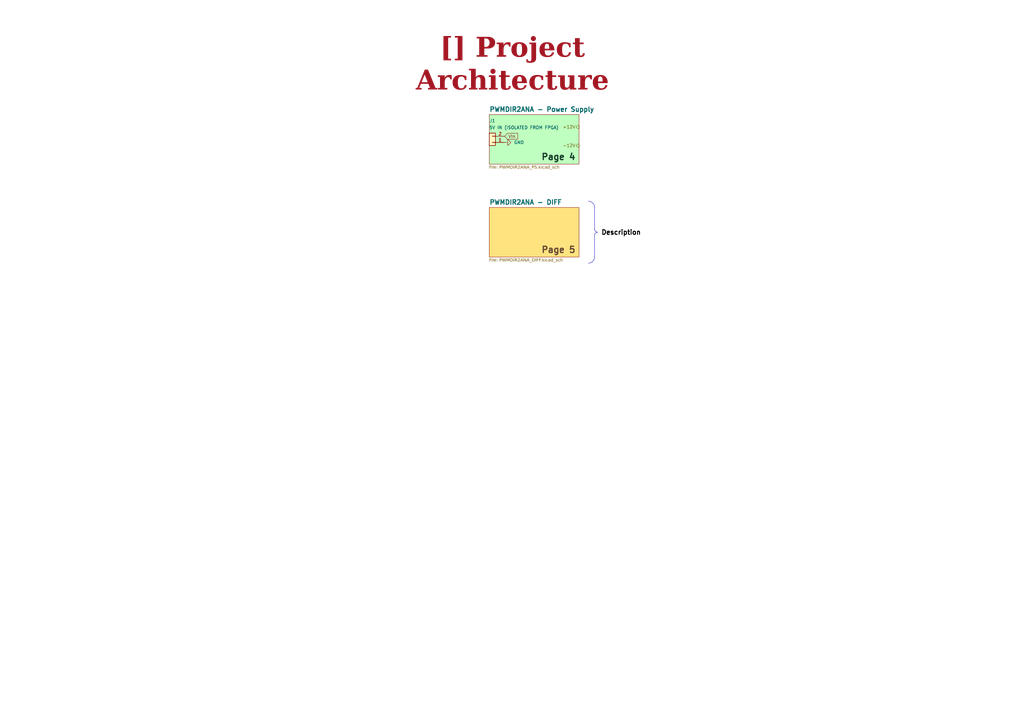
<source format=kicad_sch>
(kicad_sch (version 20250114) (generator "eeschema") (generator_version "9.0")
  (paper "A3")
  (title_block (title "Project Architecture") (date "Last Modified Date") (rev "${REVISION}") (company "${COMPANY}") (comment 8 "PWMDIR2ANA"))
  (lib_symbols
    (symbol "Connector_Generic:Conn_01x02" (pin_names (offset 1.016) (hide yes))
      (property "Reference" "J" (at 0 2.54 0))
      (property "Value" "Conn_01x02" (at 0 -5.08 0))
      (symbol "Conn_01x02_1_1"
        (rectangle (start -1.27 1.27) (end 1.27 -3.81) (stroke (width 0.254)) (fill (type background)))
        (rectangle (start -1.27 0.127) (end 0 -0.127) (stroke (width 0.1524)))
        (rectangle (start -1.27 -2.413) (end 0 -2.667) (stroke (width 0.1524)))
        (pin passive line (at -5.08 0 0) (length 3.81) (name "Pin_1") (number "1"))
        (pin passive line (at -5.08 -2.54 0) (length 3.81) (name "Pin_2") (number "2"))
      )
    )
    (symbol "power:GND" (power) (pin_names (offset 0))
      (property "Value" "GND" (at 0 -3.81 0))
      (symbol "GND_0_1"
        (polyline (pts (xy 0 0) (xy 0 -1.27) (xy 1.27 -1.27) (xy 0 -2.54) (xy -1.27 -1.27) (xy 0 -1.27)))
      )
      (symbol "GND_1_1"
        (pin power_in line (at 0 0 270) (length 0) (hide yes) (name "GND") (number "1"))
      )
    )
  )
  (arc (start 243.86 96.5) (mid 244.2349 95.6049) (end 245.13 95.23))
  (arc (start 241.32 82.53) (mid 243.1102 83.2798) (end 243.86 85.07))
  (arc (start 243.86 105.39) (mid 243.1161 107.1861) (end 241.32 107.93))
  (arc (start 245.13 95.23) (mid 244.2349 94.8551) (end 243.86 93.96))
  (text "Page 4" (at 236.22 66.04 0) (effects (font (size 2.54 2.54) (bold yes)) (justify right bottom)))
  (text "Page 5" (at 236.22 104.14 0) (effects (font (size 2.54 2.54) (bold yes)) (justify right bottom)))
  (text_box "[${#}] ${TITLE}" (at 144.78 20.32 0) (size 130.81 12.7) (margins 5.9999 5.9999 5.9999 5.9999) (stroke (width -0.0001)) (effects (font (size 8 8) (thickness 1.2) (bold yes))))
  (text_box "Description" (at 245.11 92.71 0) (size 26.015 5.1) (margins 1.4287 1.4287 1.4287 1.4287) (stroke (width -0.0001)) (effects (font (size 1.905 1.905) (thickness 0.381) (bold yes)) (justify left top)))
  (polyline (pts (xy 243.84 85.09) (xy 243.84 93.98)))
  (polyline (pts (xy 243.84 96.52) (xy 243.84 105.41)))
  (global_label "Vin" (shape input) (at 207.01 55.88 0) (property "Intersheetrefs" "${INTERSHEET_REFS}" (effects (hide yes))))
  (hierarchical_label "+12V" (shape output) (at 237.49 52.07 180))
  (hierarchical_label "-12V" (shape output) (at 237.49 59.69 180))
  (symbol (lib_id "power:GND") (at 207.01 58.42 90) (unit 1)
    (property "Reference" "#PWR01" (effects (hide yes)))
    (property "Value" "GND" (at 210.82 58.4199 90) (effects (justify right)))
    (property "Description" "Power symbol creates a global label with name \"GND\" , ground" (effects (hide yes)))
  )
  (symbol (lib_id "Connector_Generic:Conn_01x02") (at 201.93 58.42 180) (unit 1)
    (property "Reference" "J1" (at 201.93 49.53 0))
    (property "Value" "5V IN (ISOLATED FROM FPGA)" (at 214.884 52.324 0))
    (property "Description" "Generic connector, single row, 01x02, script generated (kicad-library-utils/schlib/autogen/connector/)" (effects (hide yes)))
  )
  (sheet (at 200.66 46.99) (size 36.83 20.32) (stroke (width 0.1524)) (fill (color 128 255 128 0.5000))
    (property "Sheetname" "PWMDIR2ANA - Power Supply" (at 200.66 45.9609 0) (effects (font (size 1.905 1.905) (bold yes)) (justify left bottom)))
    (property "Sheetfile" "PWMDIR2ANA_PS.kicad_sch" (at 200.66 67.8946 0) (effects (justify left top)))
  )
  (sheet (at 200.66 85.09) (size 36.83 20.32) (stroke (width 0.1524)) (fill (color 255 200 0 0.5020))
    (property "Sheetname" "PWMDIR2ANA - DIFF" (at 200.66 84.0609 0) (effects (font (size 1.905 1.905) (bold yes)) (justify left bottom)))
    (property "Sheetfile" "PWMDIR2ANA_DIFF.kicad_sch" (at 200.66 105.9946 0) (effects (justify left top)))
  )
)
</source>
